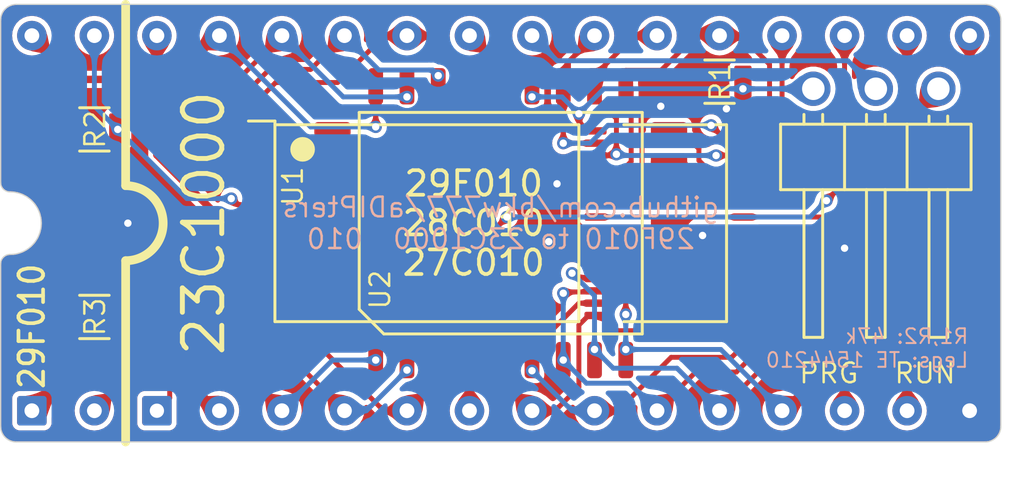
<source format=kicad_pcb>
(kicad_pcb (version 20221018) (generator pcbnew)
  (title_block (title "29F010 to 23C1000") (date "2023-07-04") (rev "010") (company "Brian K. White - b.kenyon.w@gmail.com") (comment 1 "github.com/bkw777/aDIPters"))
  (layers (0 "F.Cu" signal) (31 "B.Cu" signal) (34 "B.Paste" user) (35 "F.Paste" user) (36 "B.SilkS" user "B.Silkscreen") (37 "F.SilkS" user "F.Silkscreen") (38 "B.Mask" user) (39 "F.Mask" user) (44 "Edge.Cuts" user))
  (net 0 "")
  (net 1 "/A14")
  (net 2 "/D2")
  (net 3 "/A13")
  (net 4 "/D1")
  (net 5 "/A8")
  (net 6 "/D0")
  (net 7 "/A9")
  (net 8 "/A0")
  (net 9 "/A11")
  (net 10 "/A1")
  (net 11 "/~{OE}")
  (net 12 "/A2")
  (net 13 "/A10")
  (net 14 "/A3")
  (net 15 "/~{CE}")
  (net 16 "/A4")
  (net 17 "/D7")
  (net 18 "/A5")
  (net 19 "/D6")
  (net 20 "/A6")
  (net 21 "/D5")
  (net 22 "/A7")
  (net 23 "/D4")
  (net 24 "/A12")
  (net 25 "/D3")
  (net 26 "/~{WE}")
  (net 27 "/A16")
  (net 28 "/A15")
  (net 29 "/A16_~{OE}")
  (net 30 "/VPP")
  (net 31 "GND")
  (net 32 "VCC")
  (footprint "000_LOCAL:TSOP32-dual" (layer "F.Cu") (at 137.3 110.16)
    (fp_text reference "U1" (at -8.45 -1.5 90 unlocked) (layer "F.SilkS") (effects (font (size 0.8 0.8) (thickness 0.1))))
    (fp_text value "29F010 TSOP-32" hide)
    (fp_line (start -10.25 -4.15) (end -9.175 -4.15) (stroke (width 0.12)) (layer "F.SilkS"))
    (fp_line (start -9.175 -4.15) (end -9.175 4) (stroke (width 0.12)) (layer "F.SilkS"))
    (fp_line (start 3.175 -4) (end -9.175 -4) (stroke (width 0.12)) (layer "F.SilkS"))
    (fp_line (start 3.175 4) (end -9.175 4) (stroke (width 0.12)) (layer "F.SilkS"))
    (fp_line (start 3.175 4) (end 3.175 -4) (stroke (width 0.12)) (layer "F.SilkS"))
    (fp_line (start 9.175 -4) (end 5 -4) (stroke (width 0.12)) (layer "F.SilkS"))
    (fp_line (start 9.175 4) (end 5 4) (stroke (width 0.12)) (layer "F.SilkS"))
    (fp_line (start 9.175 4) (end 9.175 -4) (stroke (width 0.12)) (layer "F.SilkS"))
    (fp_circle (center -8.05 -3) (end -8.05 -2.75) (stroke (width 0.5)) (fill none) (layer "F.SilkS"))
    (pad "1" smd roundrect (at -9.85 -3.75 270) (size 0.3 0.9) (layers "F.Cu" "F.Paste" "F.Mask") (net 9 "/A11"))
    (pad "2" smd roundrect (at -9.85 -3.25 270) (size 0.3 0.9) (layers "F.Cu" "F.Paste" "F.Mask") (net 7 "/A9"))
    (pad "3" smd roundrect (at -9.85 -2.75 270) (size 0.3 0.9) (layers "F.Cu" "F.Paste" "F.Mask") (net 5 "/A8"))
    (pad "4" smd roundrect (at -9.85 -2.25 270) (size 0.3 0.9) (layers "F.Cu" "F.Paste" "F.Mask") (net 3 "/A13"))
    (pad "5" smd roundrect (at -9.85 -1.75 270) (size 0.3 0.9) (layers "F.Cu" "F.Paste" "F.Mask") (net 1 "/A14"))
    (pad "6" smd roundrect (at -9.85 -1.25 270) (size 0.3 0.9) (layers "F.Cu" "F.Paste" "F.Mask"))
    (pad "7" smd roundrect (at -9.85 -0.75 270) (size 0.3 0.9) (layers "F.Cu" "F.Paste" "F.Mask") (net 26 "/~{WE}"))
    (pad "8" smd roundrect (at -9.85 -0.25 270) (size 0.3 0.9) (layers "F.Cu" "F.Paste" "F.Mask") (net 32 "VCC"))
    (pad "9" smd roundrect (at -9.85 0.25 270) (size 0.3 0.9) (layers "F.Cu" "F.Paste" "F.Mask") (net 30 "/VPP"))
    (pad "10" smd roundrect (at -9.85 0.75 270) (size 0.3 0.9) (layers "F.Cu" "F.Paste" "F.Mask") (net 27 "/A16"))
    (pad "11" smd roundrect (at -9.85 1.25 270) (size 0.3 0.9) (layers "F.Cu" "F.Paste" "F.Mask") (net 28 "/A15"))
    (pad "12" smd roundrect (at -9.85 1.75 270) (size 0.3 0.9) (layers "F.Cu" "F.Paste" "F.Mask") (net 24 "/A12"))
    (pad "13" smd roundrect (at -9.85 2.25 270) (size 0.3 0.9) (layers "F.Cu" "F.Paste" "F.Mask") (net 22 "/A7"))
    (pad "14" smd roundrect (at -9.85 2.75 270) (size 0.3 0.9) (layers "F.Cu" "F.Paste" "F.Mask") (net 20 "/A6"))
    (pad "15" smd roundrect (at -9.85 3.25 270) (size 0.3 0.9) (layers "F.Cu" "F.Paste" "F.Mask") (net 18 "/A5"))
    (pad "16" smd roundrect (at -9.85 3.75 270) (size 0.3 0.9) (layers "F.Cu" "F.Paste" "F.Mask") (net 16 "/A4"))
    (pad "17" smd roundrect (at 3.85 3.75 270) (size 0.3 0.9) (layers "F.Cu" "F.Paste" "F.Mask") (net 14 "/A3"))
    (pad "17" smd roundrect (at 9.85 3.75 270) (size 0.3 0.9) (layers "F.Cu" "F.Paste" "F.Mask") (net 14 "/A3"))
    (pad "18" smd roundrect (at 3.85 3.25 270) (size 0.3 0.9) (layers "F.Cu" "F.Paste" "F.Mask") (net 12 "/A2"))
    (pad "18" smd roundrect (at 9.85 3.25 270) (size 0.3 0.9) (layers "F.Cu" "F.Paste" "F.Mask") (net 12 "/A2"))
    (pad "19" smd roundrect (at 3.85 2.75 270) (size 0.3 0.9) (layers "F.Cu" "F.Paste" "F.Mask") (net 10 "/A1"))
    (pad "19" smd roundrect (at 9.85 2.75 270) (size 0.3 0.9) (layers "F.Cu" "F.Paste" "F.Mask") (net 10 "/A1"))
    (pad "20" smd roundrect (at 3.85 2.25 270) (size 0.3 0.9) (layers "F.Cu" "F.Paste" "F.Mask") (net 8 "/A0"))
    (pad "20" smd roundrect (at 9.85 2.25 270) (size 0.3 0.9) (layers "F.Cu" "F.Paste" "F.Mask") (net 8 "/A0"))
    (pad "21" smd roundrect (at 3.85 1.75 270) (size 0.3 0.9) (layers "F.Cu" "F.Paste" "F.Mask") (net 6 "/D0"))
    (pad "21" smd roundrect (at 9.85 1.75 270) (size 0.3 0.9) (layers "F.Cu" "F.Paste" "F.Mask") (net 6 "/D0"))
    (pad "22" smd roundrect (at 3.85 1.25 270) (size 0.3 0.9) (layers "F.Cu" "F.Paste" "F.Mask") (net 4 "/D1"))
    (pad "22" smd roundrect (at 9.85 1.25 270) (size 0.3 0.9) (layers "F.Cu" "F.Paste" "F.Mask") (net 4 "/D1"))
    (pad "23" smd roundrect (at 3.85 0.75 270) (size 0.3 0.9) (layers "F.Cu" "F.Paste" "F.Mask") (net 2 "/D2"))
    (pad "23" smd roundrect (at 9.85 0.75 270) (size 0.3 0.9) (layers "F.Cu" "F.Paste" "F.Mask") (net 2 "/D2"))
    (pad "24" smd roundrect (at 3.85 0.25 270) (size 0.3 0.9) (layers "F.Cu" "F.Paste" "F.Mask") (net 31 "GND"))
    (pad "24" smd roundrect (at 9.85 0.25 270) (size 0.3 0.9) (layers "F.Cu" "F.Paste" "F.Mask") (net 31 "GND"))
    (pad "25" smd roundrect (at 3.85 -0.25 270) (size 0.3 0.9) (layers "F.Cu" "F.Paste" "F.Mask") (net 25 "/D3"))
    (pad "25" smd roundrect (at 9.85 -0.25 270) (size 0.3 0.9) (layers "F.Cu" "F.Paste" "F.Mask") (net 25 "/D3"))
    (pad "26" smd roundrect (at 3.85 -0.75 270) (size 0.3 0.9) (layers "F.Cu" "F.Paste" "F.Mask") (net 23 "/D4"))
    (pad "26" smd roundrect (at 9.85 -0.75 270) (size 0.3 0.9) (layers "F.Cu" "F.Paste" "F.Mask") (net 23 "/D4"))
    (pad "27" smd roundrect (at 3.85 -1.25 270) (size 0.3 0.9) (layers "F.Cu" "F.Paste" "F.Mask") (net 21 "/D5"))
    (pad "27" smd roundrect (at 9.85 -1.25 270) (size 0.3 0.9) (layers "F.Cu" "F.Paste" "F.Mask") (net 21 "/D5"))
    (pad "28" smd roundrect (at 3.85 -1.75 270) (size 0.3 0.9) (layers "F.Cu" "F.Paste" "F.Mask") (net 19 "/D6"))
    (pad "28" smd roundrect (at 9.85 -1.75 270) (size 0.3 0.9) (layers "F.Cu" "F.Paste" "F.Mask") (net 19 "/D6"))
    (pad "29" smd roundrect (at 3.85 -2.25 270) (size 0.3 0.9) (layers "F.Cu" "F.Paste" "F.Mask") (net 17 "/D7"))
    (pad "29" smd roundrect (at 9.85 -2.25 270) (size 0.3 0.9) (layers "F.Cu" "F.Paste" "F.Mask") (net 17 "/D7"))
    (pad "30" smd roundrect (at 3.85 -2.75 270) (size 0.3 0.9) (layers "F.Cu" "F.Paste" "F.Mask") (net 15 "/~{CE}"))
    (pad "30" smd roundrect (at 9.85 -2.75 270) (size 0.3 0.9) (layers "F.Cu" "F.Paste" "F.Mask") (net 15 "/~{CE}"))
    (pad "31" smd roundrect (at 3.85 -3.25 270) (size 0.3 0.9) (layers "F.Cu" "F.Paste" "F.Mask") (net 13 "/A10"))
    (pad "31" smd roundrect (at 9.85 -3.25 270) (size 0.3 0.9) (layers "F.Cu" "F.Paste" "F.Mask") (net 13 "/A10"))
    (pad "32" smd roundrect (at 3.85 -3.75 270) (size 0.3 0.9) (layers "F.Cu" "F.Paste" "F.Mask") (net 11 "/~{OE}"))
    (pad "32" smd roundrect (at 9.85 -3.75 270) (size 0.3 0.9) (layers "F.Cu" "F.Paste" "F.Mask") (net 11 "/~{OE}"))
  )
  (footprint "000_LOCAL:DIP32_DIP28_0.6_pcb_sil_pins" (layer "F.Cu") (at 137.3 110.16 90)
    (fp_text reference "J1" hide)
    (fp_text value "23C1000 / 29F010 switchable pinout")
    (pad "1" thru_hole roundrect (at -7.62 -19.05 90) (size 1.2 1.2) (drill 0.6) (layers "*.Cu" "*.Mask") (roundrect_rratio 0.1) (net 30 "/VPP"))
    (pad "2" thru_hole circle (at -7.62 -16.51 90) (size 1.2 1.2) (drill 0.6) (layers "*.Cu" "*.Mask") (net 27 "/A16"))
    (pad "3" thru_hole roundrect (at -7.62 -13.97 90) (size 1.2 1.2) (drill 0.58) (layers "*.Cu" "*.Mask") (roundrect_rratio 0.1) (net 28 "/A15"))
    (pad "4" thru_hole circle (at -7.62 -11.43 90) (size 1.2 1.2) (drill 0.6) (layers "*.Cu" "*.Mask") (net 24 "/A12"))
    (pad "5" thru_hole circle (at -7.62 -8.89 90) (size 1.2 1.2) (drill 0.6) (layers "*.Cu" "*.Mask") (net 22 "/A7"))
    (pad "6" thru_hole circle (at -7.62 -6.35 90) (size 1.2 1.2) (drill 0.6) (layers "*.Cu" "*.Mask") (net 20 "/A6"))
    (pad "7" thru_hole circle (at -7.62 -3.81 90) (size 1.2 1.2) (drill 0.6) (layers "*.Cu" "*.Mask") (net 18 "/A5"))
    (pad "8" thru_hole circle (at -7.62 -1.27 90) (size 1.2 1.2) (drill 0.6) (layers "*.Cu" "*.Mask") (net 16 "/A4"))
    (pad "9" thru_hole circle (at -7.62 1.27 90) (size 1.2 1.2) (drill 0.6) (layers "*.Cu" "*.Mask") (net 14 "/A3"))
    (pad "10" thru_hole circle (at -7.62 3.81 90) (size 1.2 1.2) (drill 0.6) (layers "*.Cu" "*.Mask") (net 12 "/A2"))
    (pad "11" thru_hole circle (at -7.62 6.35 90) (size 1.2 1.2) (drill 0.6) (layers "*.Cu" "*.Mask") (net 10 "/A1"))
    (pad "12" thru_hole circle (at -7.62 8.89 90) (size 1.2 1.2) (drill 0.6) (layers "*.Cu" "*.Mask") (net 8 "/A0"))
    (pad "13" thru_hole circle (at -7.62 11.43 90) (size 1.2 1.2) (drill 0.6) (layers "*.Cu" "*.Mask") (net 6 "/D0"))
    (pad "14" thru_hole circle (at -7.62 13.97 90) (size 1.2 1.2) (drill 0.6) (layers "*.Cu" "*.Mask") (net 4 "/D1"))
    (pad "15" thru_hole circle (at -7.62 16.51 90) (size 1.2 1.2) (drill 0.6) (layers "*.Cu" "*.Mask") (net 2 "/D2"))
    (pad "16" thru_hole circle (at -7.62 19.05 90) (size 1.2 1.2) (drill 0.6) (layers "*.Cu" "*.Mask") (net 31 "GND"))
    (pad "17" thru_hole circle (at 7.62 19.05 90) (size 1.2 1.2) (drill 0.6) (layers "*.Cu" "*.Mask") (net 25 "/D3"))
    (pad "18" thru_hole circle (at 7.62 16.51 90) (size 1.2 1.2) (drill 0.6) (layers "*.Cu" "*.Mask") (net 23 "/D4"))
    (pad "19" thru_hole circle (at 7.62 13.97 90) (size 1.2 1.2) (drill 0.6) (layers "*.Cu" "*.Mask") (net 21 "/D5"))
    (pad "20" thru_hole circle (at 7.62 11.43 90) (size 1.2 1.2) (drill 0.6) (layers "*.Cu" "*.Mask") (net 19 "/D6"))
    (pad "21" thru_hole circle (at 7.62 8.89 90) (size 1.2 1.2) (drill 0.6) (layers "*.Cu" "*.Mask") (net 17 "/D7"))
    (pad "22" thru_hole circle (at 7.62 6.35 90) (size 1.2 1.2) (drill 0.6) (layers "*.Cu" "*.Mask") (net 15 "/~{CE}"))
    (pad "23" thru_hole circle (at 7.62 3.81 90) (size 1.2 1.2) (drill 0.6) (layers "*.Cu" "*.Mask") (net 13 "/A10"))
    (pad "24" thru_hole circle (at 7.62 1.27 90) (size 1.2 1.2) (drill 0.6) (layers "*.Cu" "*.Mask") (net 29 "/A16_~{OE}"))
    (pad "25" thru_hole circle (at 7.62 -1.27 90) (size 1.2 1.2) (drill 0.6) (layers "*.Cu" "*.Mask") (net 9 "/A11"))
    (pad "26" thru_hole circle (at 7.62 -3.81 90) (size 1.2 1.2) (drill 0.6) (layers "*.Cu" "*.Mask") (net 7 "/A9"))
    (pad "27" thru_hole circle (at 7.62 -6.35 90) (size 1.2 1.2) (drill 0.6) (layers "*.Cu" "*.Mask") (net 5 "/A8"))
    (pad "28" thru_hole circle (at 7.62 -8.89 90) (size 1.2 1.2) (drill 0.6) (layers "*.Cu" "*.Mask") (net 3 "/A13"))
    (pad "29" thru_hole circle (at 7.62 -11.43 90) (size 1.2 1.2) (drill 0.6) (layers "*.Cu" "*.Mask") (net 1 "/A14"))
    (pad "30" thru_hole circle (at 7.62 -13.97 90) (size 1.2 1.2) (drill 0.6) (layers "*.Cu" "*.Mask") (net 32 "VCC"))
    (pad "31" thru_hole circle (at 7.62 -16.51 90) (size 1.2 1.2) (drill 0.6) (layers "*.Cu" "*.Mask") (net 26 "/~{WE}"))
    (pad "32" thru_hole circle (at 7.62 -19.05 90) (size 1.2 1.2) (drill 0.6) (layers "*.Cu" "*.Mask") (net 32 "VCC"))
  )
  (footprint "000_LOCAL:R_0805" (layer "F.Cu") (at 146.19 104.41 180)
    (fp_text reference "R1" (at -0.0254 -0.0254 90) (layer "F.SilkS") (effects (font (size 0.8 0.8) (thickness 0.1))))
    (fp_text value "47k")
    (fp_line (start -0.6 -0.88) (end 0.6 -0.88) (stroke (width 0.12)) (layer "F.SilkS"))
    (fp_line (start 0.6 0.88) (end -0.6 0.88) (stroke (width 0.12)) (layer "F.SilkS"))
    (pad "1" smd roundrect (at -0.95 0 180) (size 0.7 1.3) (layers "F.Cu" "F.Paste" "F.Mask") (roundrect_rratio 0.1) (net 11 "/~{OE}"))
    (pad "2" smd roundrect (at 0.95 0 180) (size 0.7 1.3) (layers "F.Cu" "F.Paste" "F.Mask") (roundrect_rratio 0.1) (net 31 "GND"))
  )
  (footprint "000_LOCAL:PLCC32_7x9" (layer "F.Cu") (at 137.3 110.16 90)
    (fp_text reference "U2" (at -2.7 -4.9 90) (layer "F.SilkS") (effects (font (size 0.8 0.8) (thickness 0.1))))
    (fp_text value "29F010 PLCC 7x9")
    (fp_line (start -4.5 -4.75) (end -3.5 -5.75) (stroke (width 0.12)) (layer "F.SilkS"))
    (fp_line (start -4.5 5.75) (end -4.5 -4.75) (stroke (width 0.12)) (layer "F.SilkS"))
    (fp_line (start -3.5 -5.75) (end 4.5 -5.75) (stroke (width 0.12)) (layer "F.SilkS"))
    (fp_line (start 4.5 -5.75) (end 4.5 5.75) (stroke (width 0.12)) (layer "F.SilkS"))
    (fp_line (start 4.5 5.75) (end -4.5 5.75) (stroke (width 0.12)) (layer "F.SilkS"))
    (pad "1" smd roundrect (at 0 -6.8375 90) (size 0.6 1.475) (layers "F.Cu" "F.Paste" "F.Mask") (net 30 "/VPP"))
    (pad "2" smd roundrect (at -1.27 -6.8375 90) (size 0.6 1.475) (layers "F.Cu" "F.Paste" "F.Mask") (net 27 "/A16"))
    (pad "3" smd roundrect (at -2.54 -6.8375 90) (size 0.6 1.475) (layers "F.Cu" "F.Paste" "F.Mask") (net 28 "/A15"))
    (pad "4" smd roundrect (at -3.81 -6.8375 90) (size 0.6 1.475) (layers "F.Cu" "F.Paste" "F.Mask") (net 24 "/A12"))
    (pad "5" smd roundrect (at -5.5625 -5.08 90) (size 1.475 0.6) (layers "F.Cu" "F.Paste" "F.Mask") (net 22 "/A7"))
    (pad "6" smd roundrect (at -5.5625 -3.81 90) (size 1.475 0.6) (layers "F.Cu" "F.Paste" "F.Mask") (net 20 "/A6"))
    (pad "7" smd roundrect (at -5.5625 -2.54 90) (size 1.475 0.6) (layers "F.Cu" "F.Paste" "F.Mask") (net 18 "/A5"))
    (pad "8" smd roundrect (at -5.5625 -1.27 90) (size 1.475 0.6) (layers "F.Cu" "F.Paste" "F.Mask") (net 16 "/A4"))
    (pad "9" smd roundrect (at -5.5625 0 90) (size 1.475 0.6) (layers "F.Cu" "F.Paste" "F.Mask") (net 14 "/A3"))
    (pad "10" smd roundrect (at -5.5625 1.27 90) (size 1.475 0.6) (layers "F.Cu" "F.Paste" "F.Mask") (net 12 "/A2"))
    (pad "11" smd roundrect (at -5.5625 2.54 90) (size 1.475 0.6) (layers "F.Cu" "F.Paste" "F.Mask") (net 10 "/A1"))
    (pad "12" smd roundrect (at -5.5625 3.81 90) (size 1.475 0.6) (layers "F.Cu" "F.Paste" "F.Mask") (net 8 "/A0"))
    (pad "13" smd roundrect (at -5.5625 5.08 90) (size 1.475 0.6) (layers "F.Cu" "F.Paste" "F.Mask") (net 6 "/D0"))
    (pad "14" smd roundrect (at -3.81 6.8375 90) (size 0.6 1.475) (layers "F.Cu" "F.Paste" "F.Mask") (net 4 "/D1"))
    (pad "15" smd roundrect (at -2.54 6.8375 90) (size 0.6 1.475) (layers "F.Cu" "F.Paste" "F.Mask") (net 2 "/D2"))
    (pad "16" smd roundrect (at -1.27 6.8375 90) (size 0.6 1.475) (layers "F.Cu" "F.Paste" "F.Mask") (net 31 "GND"))
    (pad "17" smd roundrect (at 0 6.8375 90) (size 0.6 1.475) (layers "F.Cu" "F.Paste" "F.Mask") (net 25 "/D3"))
    (pad "18" smd roundrect (at 1.27 6.8375 90) (size 0.6 1.475) (layers "F.Cu" "F.Paste" "F.Mask") (net 23 "/D4"))
    (pad "19" smd roundrect (at 2.54 6.8375 90) (size 0.6 1.475) (layers "F.Cu" "F.Paste" "F.Mask") (net 21 "/D5"))
    (pad "20" smd roundrect (at 3.81 6.8375 90) (size 0.6 1.475) (layers "F.Cu" "F.Paste" "F.Mask") (net 19 "/D6"))
    (pad "21" smd roundrect (at 5.5625 5.08 90) (size 1.475 0.6) (layers "F.Cu" "F.Paste" "F.Mask") (net 17 "/D7"))
    (pad "22" smd roundrect (at 5.5625 3.81 90) (size 1.475 0.6) (layers "F.Cu" "F.Paste" "F.Mask") (net 15 "/~{CE}"))
    (pad "23" smd roundrect (at 5.5625 2.54 90) (size 1.475 0.6) (layers "F.Cu" "F.Paste" "F.Mask") (net 13 "/A10"))
    (pad "24" smd roundrect (at 5.5625 1.27 90) (size 1.475 0.6) (layers "F.Cu" "F.Paste" "F.Mask") (net 11 "/~{OE}"))
    (pad "25" smd roundrect (at 5.5625 0 90) (size 1.475 0.6) (layers "F.Cu" "F.Paste" "F.Mask") (net 9 "/A11"))
    (pad "26" smd roundrect (at 5.5625 -1.27 90) (size 1.475 0.6) (layers "F.Cu" "F.Paste" "F.Mask") (net 7 "/A9"))
    (pad "27" smd roundrect (at 5.5625 -2.54 90) (size 1.475 0.6) (layers "F.Cu" "F.Paste" "F.Mask") (net 5 "/A8"))
    (pad "28" smd roundrect (at 5.5625 -3.81 90) (size 1.475 0.6) (layers "F.Cu" "F.Paste" "F.Mask") (net 3 "/A13"))
    (pad "29" smd roundrect (at 5.5625 -5.08 90) (size 1.475 0.6) (layers "F.Cu" "F.Paste" "F.Mask") (net 1 "/A14"))
    (pad "30" smd roundrect (at 3.81 -6.8375 90) (size 0.6 1.475) (layers "F.Cu" "F.Paste" "F.Mask"))
    (pad "31" smd roundrect (at 2.54 -6.8375 90) (size 0.6 1.475) (layers "F.Cu" "F.Paste" "F.Mask") (net 26 "/~{WE}"))
    (pad "32" smd roundrect (at 1.27 -6.8375 90) (size 0.6 1.475) (layers "F.Cu" "F.Paste" "F.Mask") (net 32 "VCC"))
  )
  (footprint "000_LOCAL:R_0805" (layer "F.Cu") (at 120.79 106.35 180)
    (fp_text reference "R2" (at -0.0254 0 90) (layer "F.SilkS") (effects (font (size 0.8 0.8) (thickness 0.1))))
    (fp_text value "47K")
    (fp_line (start -0.6 -0.88) (end 0.6 -0.88) (stroke (width 0.12)) (layer "F.SilkS"))
    (fp_line (start 0.6 0.88) (end -0.6 0.88) (stroke (width 0.12)) (layer "F.SilkS"))
    (pad "1" smd roundrect (at -0.95 0 180) (size 0.7 1.3) (layers "F.Cu" "F.Paste" "F.Mask") (roundrect_rratio 0.1) (net 26 "/~{WE}"))
    (pad "2" smd roundrect (at 0.95 0 180) (size 0.7 1.3) (layers "F.Cu" "F.Paste" "F.Mask") (roundrect_rratio 0.1) (net 32 "VCC"))
  )
  (footprint "000_LOCAL:R_0805" (layer "F.Cu") (at 120.79 113.97 180)
    (fp_text reference "R3" (at -0.0254 0 90) (layer "F.SilkS") (effects (font (size 0.8 0.8) (thickness 0.1))))
    (fp_text value "47K")
    (fp_line (start -0.6 -0.88) (end 0.6 -0.88) (stroke (width 0.12)) (layer "F.SilkS"))
    (fp_line (start 0.6 0.88) (end -0.6 0.88) (stroke (width 0.12)) (layer "F.SilkS"))
    (pad "1" smd roundrect (at -0.95 0 180) (size 0.7 1.3) (layers "F.Cu" "F.Paste" "F.Mask") (roundrect_rratio 0.1) (net 30 "/VPP"))
    (pad "2" smd roundrect (at 0.95 0 180) (size 0.7 1.3) (layers "F.Cu" "F.Paste" "F.Mask") (roundrect_rratio 0.1) (net 32 "VCC"))
  )
  (footprint "000_LOCAL:Pin_Header_Angled_1x03_Pitch2.54mm_12shorted" (layer "F.Cu") (at 155.08 104.699 -90)
    (fp_text reference "JP1" hide)
    (fp_text value "RUN/PROGRAM")
    (fp_line (start 1.042929 2.16) (end 1.44 2.16) (stroke (width 0.12)) (layer "F.SilkS"))
    (fp_line (start 1.042929 2.92) (end 1.44 2.92) (stroke (width 0.12)) (layer "F.SilkS"))
    (fp_line (start 1.042929 4.7) (end 1.44 4.7) (stroke (width 0.12)) (layer "F.SilkS"))
    (fp_line (start 1.042929 5.46) (end 1.44 5.46) (stroke (width 0.12)) (layer "F.SilkS"))
    (fp_line (start 1.11 -0.38) (end 1.44 -0.38) (stroke (width 0.12)) (layer "F.SilkS"))
    (fp_line (start 1.11 0.38) (end 1.44 0.38) (stroke (width 0.12)) (layer "F.SilkS"))
    (fp_line (start 1.44 -1.33) (end 1.44 6.41) (stroke (width 0.12)) (layer "F.SilkS"))
    (fp_line (start 1.44 1.27) (end 4.1 1.27) (stroke (width 0.12)) (layer "F.SilkS"))
    (fp_line (start 1.44 3.81) (end 4.1 3.81) (stroke (width 0.12)) (layer "F.SilkS"))
    (fp_line (start 1.44 6.41) (end 4.1 6.41) (stroke (width 0.12)) (layer "F.SilkS"))
    (fp_line (start 4.1 -1.33) (end 1.44 -1.33) (stroke (width 0.12)) (layer "F.SilkS"))
    (fp_line (start 4.1 -0.38) (end 10.1 -0.38) (stroke (width 0.12)) (layer "F.SilkS"))
    (fp_line (start 4.1 2.16) (end 10.1 2.16) (stroke (width 0.12)) (layer "F.SilkS"))
    (fp_line (start 4.1 4.7) (end 10.1 4.7) (stroke (width 0.12)) (layer "F.SilkS"))
    (fp_line (start 4.1 6.41) (end 4.1 -1.33) (stroke (width 0.12)) (layer "F.SilkS"))
    (fp_line (start 10.1 -0.38) (end 10.1 0.38) (stroke (width 0.12)) (layer "F.SilkS"))
    (fp_line (start 10.1 0.38) (end 4.1 0.38) (stroke (width 0.12)) (layer "F.SilkS"))
    (fp_line (start 10.1 2.16) (end 10.1 2.92) (stroke (width 0.12)) (layer "F.SilkS"))
    (fp_line (start 10.1 2.92) (end 4.1 2.92) (stroke (width 0.12)) (layer "F.SilkS"))
    (fp_line (start 10.1 4.7) (end 10.1 5.46) (stroke (width 0.12)) (layer "F.SilkS"))
    (fp_line (start 10.1 5.46) (end 4.1 5.46) (stroke (width 0.12)) (layer "F.SilkS"))
    (pad "1" thru_hole circle (at 0 0 270) (size 1.397 1.397) (drill 0.9144) (layers "*.Cu" "*.Mask") (net 27 "/A16"))
    (pad "2" thru_hole circle (at 0 2.54 270) (size 1.397 1.397) (drill 0.9144) (layers "*.Cu" "*.Mask") (net 29 "/A16_~{OE}"))
    (pad "3" thru_hole circle (at 0 5.08 270) (size 1.397 1.397) (drill 0.9144) (layers "*.Cu" "*.Mask") (net 11 "/~{OE}"))
  )
  (gr_arc (start 122.06 108.636) (mid 123.584 110.16) (end 122.06 111.684) (stroke (width 0.3556)) (layer "F.SilkS"))
  (gr_line (start 122.06 108.636) (end 122.06 101.27) (stroke (width 0.3556)) (layer "F.SilkS"))
  (gr_line (start 122.06 111.684) (end 122.06 119.05) (stroke (width 0.3556)) (layer "F.SilkS"))
  (gr_arc (start 117.615 119.05) (mid 117.165987 118.864013) (end 116.98 118.415) (stroke (width 0.05)) (layer "Edge.Cuts"))
  (gr_line (start 116.98 118.415) (end 116.98 111.811) (stroke (width 0.05)) (layer "Edge.Cuts"))
  (gr_line (start 156.985 119.05) (end 117.615 119.05) (stroke (width 0.05)) (layer "Edge.Cuts"))
  (gr_arc (start 117.361 108.89) (mid 117.091592 108.778408) (end 116.98 108.509) (stroke (width 0.05)) (layer "Edge.Cuts"))
  (gr_arc (start 116.98 111.811) (mid 117.091592 111.541592) (end 117.361 111.43) (stroke (width 0.05)) (layer "Edge.Cuts"))
  (gr_arc (start 117.361 108.89) (mid 118.631 110.16) (end 117.361 111.43) (stroke (width 0.05)) (layer "Edge.Cuts"))
  (gr_arc (start 157.62 118.415) (mid 157.434013 118.864013) (end 156.985 119.05) (stroke (width 0.05)) (layer "Edge.Cuts"))
  (gr_line (start 156.985 101.27) (end 117.615 101.27) (stroke (width 0.05)) (layer "Edge.Cuts"))
  (gr_arc (start 116.98 101.905) (mid 117.165987 101.455987) (end 117.615 101.27) (stroke (width 0.05)) (layer "Edge.Cuts"))
  (gr_arc (start 156.985 101.27) (mid 157.434013 101.455987) (end 157.62 101.905) (stroke (width 0.05)) (layer "Edge.Cuts"))
  (gr_line (start 157.62 101.905) (end 157.62 118.415) (stroke (width 0.05)) (layer "Edge.Cuts"))
  (gr_line (start 116.98 108.509) (end 116.98 101.905) (stroke (width 0.05)) (layer "Edge.Cuts"))
  (gr_text "R1,R2: ${00000000-0000-0000-0000-00005e638d11:VALUE}\nLegs: TE 1544210" (at 156.35 115.24) (layer "B.SilkS") (effects (font (size 0.6 0.6) (thickness 0.08)) (justify left mirror)))
  (gr_text "${COMMENT1}\n${TITLE}  ${REVISION}" (at 137.3 110.16) (layer "B.SilkS") (effects (font (size 0.8 0.8) (thickness 0.1)) (justify mirror)))
  (gr_text "RUN" (at 155.842 116.256) (layer "F.SilkS") (effects (font (size 0.8 0.8) (thickness 0.1)) (justify right)))
  (gr_text "PRG" (at 149.365 116.256) (layer "F.SilkS") (effects (font (size 0.8 0.8) (thickness 0.1)) (justify left)))
  (gr_text "23C1000" (at 125.235 110.16 90) (layer "F.SilkS") (effects (font (size 1.6 1.6) (thickness 0.2))))
  (gr_text "29F010" (at 118.25 114.351 90) (layer "F.SilkS") (effects (font (size 1 0.9))))
  (gr_text "29F010\n28C010\n27C010" (at 136.2 110.16) (layer "F.SilkS") (effects (font (size 1 1))))
  (segment (start 126.05 108.41) (end 127.45 108.41) (width 0.2) (layer "F.Cu") (net 1))
  (segment (start 132.22 106.2484) (end 132.22 104.5975) (width 0.2) (layer "F.Cu") (net 1))
  (segment (start 125.05 107.41) (end 126.05 108.41) (width 0.2) (layer "F.Cu") (net 1))
  (segment (start 125.87 102.54) (end 125.05 103.36) (width 0.2) (layer "F.Cu") (net 1))
  (segment (start 125.05 103.36) (end 125.05 107.41) (width 0.2) (layer "F.Cu") (net 1))
  (via (at 132.22 106.2484) (size 0.5) (drill 0.3) (layers "F.Cu" "B.Cu") (net 1))
  (segment (start 132.22 106.2484) (end 129.5784 106.2484) (width 0.2) (layer "B.Cu") (net 1))
  (segment (start 129.5784 106.2484) (end 125.87 102.54) (width 0.2) (layer "B.Cu") (net 1))
  (segment (start 144.1375 112.7) (end 144.585 112.7) (width 0.2) (layer "F.Cu") (net 2))
  (segment (start 149.05 110.91) (end 153.81 115.67) (width 0.2) (layer "F.Cu") (net 2))
  (segment (start 144.585 112.7) (end 146.375 110.91) (width 0.2) (layer "F.Cu") (net 2))
  (segment (start 141.15 110.91) (end 141.9108 110.91) (width 0.2) (layer "F.Cu") (net 2))
  (segment (start 147.15 110.91) (end 149.05 110.91) (width 0.2) (layer "F.Cu") (net 2))
  (segment (start 143.7008 112.7) (end 144.1375 112.7) (width 0.2) (layer "F.Cu") (net 2))
  (segment (start 146.375 110.91) (end 147.15 110.91) (width 0.2) (layer "F.Cu") (net 2))
  (segment (start 153.81 115.67) (end 153.81 117.78) (width 0.2) (layer "F.Cu") (net 2))
  (segment (start 141.9108 110.91) (end 143.7008 112.7) (width 0.2) (layer "F.Cu") (net 2))
  (segment (start 128.41 102.54) (end 125.55 105.4) (width 0.2) (layer "F.Cu") (net 3))
  (segment (start 125.55 105.4) (end 125.55 107.16) (width 0.2) (layer "F.Cu") (net 3))
  (segment (start 125.55 107.16) (end 126.3 107.91) (width 0.2) (layer "F.Cu") (net 3))
  (segment (start 126.3 107.91) (end 127.45 107.91) (width 0.2) (layer "F.Cu") (net 3))
  (via (at 133.49 105.0292) (size 0.5) (drill 0.3) (layers "F.Cu" "B.Cu") (net 3))
  (segment (start 130.8992 105.0292) (end 128.41 102.54) (width 0.2) (layer "B.Cu") (net 3))
  (segment (start 133.49 105.0292) (end 130.8992 105.0292) (width 0.2) (layer "B.Cu") (net 3))
  (segment (start 146.0376 112.4968) (end 146.0376 111.8724) (width 0.2) (layer "F.Cu") (net 4))
  (segment (start 144.5644 113.97) (end 146.0376 112.4968) (width 0.2) (layer "F.Cu") (net 4))
  (segment (start 143.7008 113.97) (end 144.1375 113.97) (width 0.2) (layer "F.Cu") (net 4))
  (segment (start 141.8 111.41) (end 142.9134 112.5234) (width 0.2) (layer "F.Cu") (net 4))
  (segment (start 141.15 111.41) (end 141.8 111.41) (width 0.2) (layer "F.Cu") (net 4))
  (segment (start 151.27 117.78) (end 151.27 113.88) (width 0.2) (layer "F.Cu") (net 4))
  (segment (start 146.0376 111.8724) (end 146.5 111.41) (width 0.2) (layer "F.Cu") (net 4))
  (segment (start 144.1375 113.97) (end 144.5644 113.97) (width 0.2) (layer "F.Cu") (net 4))
  (segment (start 148.8 111.41) (end 147.15 111.41) (width 0.2) (layer "F.Cu") (net 4))
  (segment (start 142.9134 112.5234) (end 142.9134 113.1826) (width 0.2) (layer "F.Cu") (net 4))
  (segment (start 146.5 111.41) (end 147.15 111.41) (width 0.2) (layer "F.Cu") (net 4))
  (segment (start 151.27 113.88) (end 148.8 111.41) (width 0.2) (layer "F.Cu") (net 4))
  (segment (start 142.9134 113.1826) (end 143.7008 113.97) (width 0.2) (layer "F.Cu") (net 4))
  (segment (start 126.05 105.7636) (end 126.05 106.91) (width 0.2) (layer "F.Cu") (net 5))
  (segment (start 126.05 106.91) (end 126.55 107.41) (width 0.2) (layer "F.Cu") (net 5))
  (segment (start 134.76 104.1656) (end 134.76 104.5975) (width 0.2) (layer "F.Cu") (net 5))
  (segment (start 127.902 103.9116) (end 126.05 105.7636) (width 0.2) (layer "F.Cu") (net 5))
  (segment (start 126.55 107.41) (end 127.45 107.41) (width 0.2) (layer "F.Cu") (net 5))
  (segment (start 130.95 102.54) (end 129.5784 103.9116) (width 0.2) (layer "F.Cu") (net 5))
  (segment (start 129.5784 103.9116) (end 127.902 103.9116) (width 0.2) (layer "F.Cu") (net 5))
  (via (at 134.76 104.1656) (size 0.5) (drill 0.3) (layers "F.Cu" "B.Cu") (net 5))
  (segment (start 134.76 104.1656) (end 134.5314 103.937) (width 0.2) (layer "B.Cu") (net 5))
  (segment (start 132.347 103.937) (end 130.95 102.54) (width 0.2) (layer "B.Cu") (net 5))
  (segment (start 134.5314 103.937) (end 132.347 103.937) (width 0.2) (layer "B.Cu") (net 5))
  (segment (start 149.55 116.96) (end 148.73 117.78) (width 0.2) (layer "F.Cu") (net 6))
  (segment (start 142.38 113.8684) (end 142.38 112.5857) (width 0.2) (layer "F.Cu") (net 6))
  (segment (start 141.7043 111.91) (end 141.15 111.91) (width 0.2) (layer "F.Cu") (net 6))
  (segment (start 149.55 112.91) (end 149.55 116.96) (width 0.2) (layer "F.Cu") (net 6))
  (segment (start 147.15 111.91) (end 148.55 111.91) (width 0.2) (layer "F.Cu") (net 6))
  (segment (start 142.38 112.5857) (end 141.7043 111.91) (width 0.2) (layer "F.Cu") (net 6))
  (segment (start 148.55 111.91) (end 149.55 112.91) (width 0.2) (layer "F.Cu") (net 6))
  (via (at 142.38 113.8684) (size 0.5) (drill 0.3) (layers "F.Cu" "B.Cu") (net 6))
  (via (at 142.38 115.2908) (size 0.5) (drill 0.3) (layers "F.Cu" "B.Cu") (net 6))
  (segment (start 146.2408 115.2908) (end 148.73 117.78) (width 0.2) (layer "B.Cu") (net 6))
  (segment (start 142.38 113.8684) (end 142.38 115.2908) (width 0.2) (layer "B.Cu") (net 6))
  (segment (start 142.38 115.2908) (end 146.2408 115.2908) (width 0.2) (layer "B.Cu") (net 6))
  (segment (start 132.5756 102.54) (end 130.6706 104.445) (width 0.2) (layer "F.Cu") (net 7))
  (segment (start 128.156 104.445) (end 126.55 106.051) (width 0.2) (layer "F.Cu") (net 7))
  (segment (start 134.40875 102.54) (end 133.49 102.54) (width 0.2) (layer "F.Cu") (net 7))
  (segment (start 136.03 104.5975) (end 136.03 104.16125) (width 0.2) (layer "F.Cu") (net 7))
  (segment (start 133.49 102.54) (end 132.5756 102.54) (width 0.2) (layer "F.Cu") (net 7))
  (segment (start 126.55 106.66) (end 126.8 106.91) (width 0.2) (layer "F.Cu") (net 7))
  (segment (start 126.55 106.051) (end 126.55 106.66) (width 0.2) (layer "F.Cu") (net 7))
  (segment (start 126.8 106.91) (end 127.45 106.91) (width 0.2) (layer "F.Cu") (net 7))
  (segment (start 130.6706 104.445) (end 128.156 104.445) (width 0.2) (layer "F.Cu") (net 7))
  (segment (start 136.03 104.16125) (end 134.40875 102.54) (width 0.2) (layer "F.Cu") (net 7))
  (segment (start 148.3 112.41) (end 147.15 112.41) (width 0.2) (layer "F.Cu") (net 8))
  (segment (start 140.1956 112.192) (end 140.3636 112.36) (width 0.2) (layer "F.Cu") (net 8))
  (segment (start 140.3636 112.36) (end 141.1 112.36) (width 0.2) (layer "F.Cu") (net 8))
  (segment (start 149.05 114.92) (end 149.05 113.16) (width 0.2) (layer "F.Cu") (net 8))
  (segment (start 146.19 117.78) (end 149.05 114.92) (width 0.2) (layer "F.Cu") (net 8))
  (segment (start 149.05 113.16) (end 148.3 112.41) (width 0.2) (layer "F.Cu") (net 8))
  (segment (start 141.1 112.36) (end 141.15 112.41) (width 0.2) (layer "F.Cu") (net 8))
  (via (at 141.11 115.2908) (size 0.5) (drill 0.3) (layers "F.Cu" "B.Cu") (net 8))
  (via (at 140.1956 112.192) (size 0.5) (drill 0.3) (layers "F.Cu" "B.Cu") (net 8))
  (segment (start 140.1956 112.192) (end 141.11 113.1064) (width 0.2) (layer "B.Cu") (net 8))
  (segment (start 141.11 113.1064) (end 141.11 115.2908) (width 0.2) (layer "B.Cu") (net 8))
  (segment (start 141.872 116.0528) (end 144.4628 116.0528) (width 0.2) (layer "B.Cu") (net 8))
  (segment (start 141.11 115.2908) (end 141.872 116.0528) (width 0.2) (layer "B.Cu") (net 8))
  (segment (start 144.4628 116.0528) (end 146.19 117.78) (width 0.2) (layer "B.Cu") (net 8))
  (segment (start 135.3442 106.985) (end 137.3 105.0292) (width 0.2) (layer "F.Cu") (net 9))
  (segment (start 128.5208 106.41) (end 129.0958 106.985) (width 0.2) (layer "F.Cu") (net 9))
  (segment (start 137.3 104.5975) (end 137.0968 104.3943) (width 0.2) (layer "F.Cu") (net 9))
  (segment (start 129.0958 106.985) (end 135.3442 106.985) (width 0.2) (layer "F.Cu") (net 9))
  (segment (start 137.0968 104.3943) (end 137.0968 103.6068) (width 0.2) (layer "F.Cu") (net 9))
  (segment (start 137.0968 103.6068) (end 136.03 102.54) (width 0.2) (layer "F.Cu") (net 9))
  (segment (start 127.45 106.41) (end 128.5208 106.41) (width 0.2) (layer "F.Cu") (net 9))
  (segment (start 137.3 105.0292) (end 137.3 104.5975) (width 0.2) (layer "F.Cu") (net 9))
  (segment (start 143.65 117.78) (end 145.22 116.21) (width 0.2) (layer "F.Cu") (net 10))
  (segment (start 141.106 112.954) (end 141.15 112.91) (width 0.2) (layer "F.Cu") (net 10))
  (segment (start 148.55 113.41) (end 148.05 112.91) (width 0.2) (layer "F.Cu") (net 10))
  (segment (start 148.05 112.91) (end 147.15 112.91) (width 0.2) (layer "F.Cu") (net 10))
  (segment (start 139.84 113.0048) (end 139.8908 112.954) (width 0.2) (layer "F.Cu") (net 10))
  (segment (start 139.8908 112.954) (end 141.106 112.954) (width 0.2) (layer "F.Cu") (net 10))
  (segment (start 146.871 116.21) (end 148.55 114.531) (width 0.2) (layer "F.Cu") (net 10))
  (segment (start 145.22 116.21) (end 146.871 116.21) (width 0.2) (layer "F.Cu") (net 10))
  (segment (start 148.55 114.531) (end 148.55 113.41) (width 0.2) (layer "F.Cu") (net 10))
  (via (at 139.84 115.7225) (size 0.5) (drill 0.3) (layers "F.Cu" "B.Cu") (net 10))
  (via (at 139.84 113.0048) (size 0.5) (drill 0.3) (layers "F.Cu" "B.Cu") (net 10))
  (segment (start 139.84 115.7225) (end 139.84 113.0048) (width 0.2) (layer "B.Cu") (net 10))
  (segment (start 139.84 115.7225) (end 140.7799 116.6624) (width 0.2) (layer "B.Cu") (net 10))
  (segment (start 142.5324 116.6624) (end 143.65 117.78) (width 0.2) (layer "B.Cu") (net 10))
  (segment (start 140.7799 116.6624) (end 142.5324 116.6624) (width 0.2) (layer "B.Cu") (net 10))
  (segment (start 140.8425 106.41) (end 141.15 106.41) (width 0.2) (layer "F.Cu") (net 11))
  (segment (start 140.475 105.715) (end 140.475 106.0425) (width 0.2) (layer "F.Cu") (net 11))
  (segment (start 147.14 104.41) (end 147.14 106.4) (width 0.2) (layer "F.Cu") (net 11))
  (segment (start 140.475 106.0425) (end 140.8425 106.41) (width 0.2) (layer "F.Cu") (net 11))
  (segment (start 147.14 106.4) (end 147.15 106.41) (width 0.2) (layer "F.Cu") (net 11))
  (via (at 138.57 105.0292) (size 0.5) (drill 0.3) (layers "F.Cu" "B.Cu") (net 11))
  (via (at 147.14 104.699) (size 0.5) (drill 0.3) (layers "F.Cu" "B.Cu") (net 11))
  (via (at 140.475 105.715) (size 0.5) (drill 0.3) (layers "F.Cu" "B.Cu") (net 11))
  (segment (start 140.475 105.715) (end 141.491 104.699) (width 0.2) (layer "B.Cu") (net 11))
  (segment (start 147.14 104.699) (end 150 104.699) (width 0.2) (layer "B.Cu") (net 11))
  (segment (start 139.7892 105.0292) (end 138.57 105.0292) (width 0.2) (layer "B.Cu") (net 11))
  (segment (start 141.491 104.699) (end 147.14 104.699) (width 0.2) (layer "B.Cu") (net 11))
  (segment (start 140.475 105.715) (end 139.7892 105.0292) (width 0.2) (layer "B.Cu") (net 11))
  (segment (start 148.05 113.66) (end 147.8 113.41) (width 0.2) (layer "F.Cu") (net 12))
  (segment (start 141.11 117.78) (end 142.055 117.78) (width 0.2) (layer "F.Cu") (net 12))
  (segment (start 140.4762 113.41) (end 141.15 113.41) (width 0.2) (layer "F.Cu") (net 12))
  (segment (start 138.57 116.1544) (end 138.57 115.3162) (width 0.2) (layer "F.Cu") (net 12))
  (segment (start 144.225 115.61) (end 146.6836 115.61) (width 0.2) (layer "F.Cu") (net 12))
  (segment (start 147.8 113.41) (end 147.15 113.41) (width 0.2) (layer "F.Cu") (net 12))
  (segment (start 142.055 117.78) (end 144.225 115.61) (width 0.2) (layer "F.Cu") (net 12))
  (segment (start 138.57 115.3162) (end 140.4762 113.41) (width 0.2) (layer "F.Cu") (net 12))
  (segment (start 148.05 114.2436) (end 148.05 113.66) (width 0.2) (layer "F.Cu") (net 12))
  (segment (start 146.6836 115.61) (end 148.05 114.2436) (width 0.2) (layer "F.Cu") (net 12))
  (via (at 138.57 116.1544) (size 0.5) (drill 0.3) (layers "F.Cu" "B.Cu") (net 12))
  (segment (start 140.1956 117.78) (end 141.11 117.78) (width 0.2) (layer "B.Cu") (net 12))
  (segment (start 138.57 116.1544) (end 140.1956 117.78) (width 0.2) (layer "B.Cu") (net 12))
  (segment (start 145.8471 106.1849) (end 146.5722 106.91) (width 0.2) (layer "F.Cu") (net 13))
  (segment (start 140.05 103.6) (end 141.11 102.54) (width 0.2) (layer "F.Cu") (net 13))
  (segment (start 139.84 106.91) (end 141.15 106.91) (width 0.2) (layer "F.Cu") (net 13))
  (segment (start 146.5722 106.91) (end 147.15 106.91) (width 0.2) (layer "F.Cu") (net 13))
  (segment (start 139.84 106.91) (end 139.84 104.5975) (width 0.2) (layer "F.Cu") (net 13))
  (segment (start 139.84 104.5975) (end 140.05 104.3875) (width 0.2) (layer "F.Cu") (net 13))
  (segment (start 140.05 104.3875) (end 140.05 103.6) (width 0.2) (layer "F.Cu") (net 13))
  (via (at 145.8471 106.1849) (size 0.5) (drill 0.3) (layers "F.Cu" "B.Cu") (net 13))
  (via (at 139.84 106.91) (size 0.5) (drill 0.3) (layers "F.Cu" "B.Cu") (net 13))
  (segment (start 145.8471 106.1849) (end 141.6561 106.1849) (width 0.2) (layer "B.Cu") (net 13))
  (segment (start 141.6561 106.1849) (end 140.931 106.91) (width 0.2) (layer "B.Cu") (net 13))
  (segment (start 140.931 106.91) (end 139.84 106.91) (width 0.2) (layer "B.Cu") (net 13))
  (segment (start 139.5098 117.78) (end 140.475 116.8148) (width 0.2) (layer "F.Cu") (net 14))
  (segment (start 140.475 114.3002) (end 140.8652 113.91) (width 0.2) (layer "F.Cu") (net 14))
  (segment (start 140.8652 113.91) (end 141.15 113.91) (width 0.2) (layer "F.Cu") (net 14))
  (segment (start 141.15 113.91) (end 141.4302 113.91) (width 0.2) (layer "F.Cu") (net 14))
  (segment (start 142.049 114.5288) (end 142.9388 114.5288) (width 0.2) (layer "F.Cu") (net 14))
  (segment (start 146.028 114.732) (end 146.85 113.91) (width 0.2) (layer "F.Cu") (net 14))
  (segment (start 137.3 115.7225) (end 137.5032 115.9257) (width 0.2) (layer "F.Cu") (net 14))
  (segment (start 137.5032 116.7132) (end 138.57 117.78) (width 0.2) (layer "F.Cu") (net 14))
  (segment (start 137.5032 115.9257) (end 137.5032 116.7132) (width 0.2) (layer "F.Cu") (net 14))
  (segment (start 142.9388 114.5288) (end 143.142 114.732) (width 0.2) (layer "F.Cu") (net 14))
  (segment (start 138.57 117.78) (end 139.5098 117.78) (width 0.2) (layer "F.Cu") (net 14))
  (segment (start 140.475 116.8148) (end 140.475 114.3002) (width 0.2) (layer "F.Cu") (net 14))
  (segment (start 141.4302 113.91) (end 142.049 114.5288) (width 0.2) (layer "F.Cu") (net 14))
  (segment (start 146.85 113.91) (end 147.15 113.91) (width 0.2) (layer "F.Cu") (net 14))
  (segment (start 143.142 114.732) (end 146.028 114.732) (width 0.2) (layer "F.Cu") (net 14))
  (segment (start 141.999 106.559) (end 142 106.558) (width 0.2) (layer "F.Cu") (net 15))
  (segment (start 141.999 107.36) (end 141.949 107.41) (width 0.2) (layer "F.Cu") (net 15))
  (segment (start 141.11 105.02) (end 141.11 104.5975) (width 0.2) (layer "F.Cu") (net 15))
  (segment (start 142 106.558) (end 142 105.91) (width 0.2) (layer "F.Cu") (net 15))
  (segment (start 146.05 107.41) (end 147.15 107.41) (width 0.2) (layer "F.Cu") (net 15))
  (segment (start 141.11 104.1656) (end 142.7356 102.54) (width 0.2) (layer "F.Cu") (net 15))
  (segment (start 141.949 107.41) (end 141.15 107.41) (width 0.2) (layer "F.Cu") (net 15))
  (segment (start 141.999 107.36) (end 141.999 106.559) (width 0.2) (layer "F.Cu") (net 15))
  (segment (start 142.7356 102.54) (end 143.65 102.54) (width 0.2) (layer "F.Cu") (net 15))
  (segment (start 142 105.91) (end 141.11 105.02) (width 0.2) (layer "F.Cu") (net 15))
  (segment (start 141.11 104.5975) (end 141.11 104.1656) (width 0.2) (layer "F.Cu") (net 15))
  (via (at 146.05 107.41) (size 0.5) (drill 0.3) (layers "F.Cu" "B.Cu") (net 15))
  (via (at 141.999 107.36) (size 0.5) (drill 0.3) (layers "F.Cu" "B.Cu") (net 15))
  (segment (start 142.049 107.41) (end 146.05 107.41) (width 0.2) (layer "B.Cu") (net 15))
  (segment (start 141.999 107.36) (end 142.049 107.41) (width 0.2) (layer "B.Cu") (net 15))
  (segment (start 135.82 115.5125) (end 135.82 115.03) (width 0.2) (layer "F.Cu") (net 16))
  (segment (start 135.82 115.03) (end 135.141 114.351) (width 0.2) (layer "F.Cu") (net 16))
  (segment (start 127.7404 113.91) (end 127.45 113.91) (width 0.2) (layer "F.Cu") (net 16))
  (segment (start 135.141 114.351) (end 131.8136 114.351) (width 0.2) (layer "F.Cu") (net 16))
  (segment (start 131.4072 114.7574) (end 128.5878 114.7574) (width 0.2) (layer "F.Cu") (net 16))
  (segment (start 136.03 117.78) (end 136.03 115.7225) (width 0.2) (layer "F.Cu") (net 16))
  (segment (start 136.03 115.7225) (end 135.82 115.5125) (width 0.2) (layer "F.Cu") (net 16))
  (segment (start 131.8136 114.351) (end 131.4072 114.7574) (width 0.2) (layer "F.Cu") (net 16))
  (segment (start 128.5878 114.7574) (end 127.7404 113.91) (width 0.2) (layer "F.Cu") (net 16))
  (segment (start 147.0536 102.54) (end 148.222 103.7084) (width 0.2) (layer "F.Cu") (net 17))
  (segment (start 141.2 107.96) (end 141.15 107.91) (width 0.2) (layer "F.Cu") (net 17))
  (segment (start 142.38 103.95) (end 142.38 104.5975) (width 0.2) (layer "F.Cu") (net 17))
  (segment (start 142.294 107.96) (end 141.2 107.96) (width 0.2) (layer "F.Cu") (net 17))
  (segment (start 147.8 107.91) (end 147.15 107.91) (width 0.2) (layer "F.Cu") (net 17))
  (segment (start 148.222 103.7084) (end 148.222 107.488) (width 0.2) (layer "F.Cu") (net 17))
  (segment (start 142.6 104.8175) (end 142.6 107.654) (width 0.2) (layer "F.Cu") (net 17))
  (segment (start 148.222 107.488) (end 147.8 107.91) (width 0.2) (layer "F.Cu") (net 17))
  (segment (start 142.38 104.5975) (end 142.6 104.8175) (width 0.2) (layer "F.Cu") (net 17))
  (segment (start 143.8148 103.95) (end 142.38 103.95) (width 0.2) (layer "F.Cu") (net 17))
  (segment (start 142.6 107.654) (end 142.294 107.96) (width 0.2) (layer "F.Cu") (net 17))
  (segment (start 146.19 102.54) (end 145.2248 102.54) (width 0.2) (layer "F.Cu") (net 17))
  (segment (start 145.2248 102.54) (end 143.8148 103.95) (width 0.2) (layer "F.Cu") (net 17))
  (segment (start 146.19 102.54) (end 147.0536 102.54) (width 0.2) (layer "F.Cu") (net 17))
  (segment (start 126.8 113.41) (end 127.45 113.41) (width 0.2) (layer "F.Cu") (net 18))
  (segment (start 134.76 115.7225) (end 134.55 115.9325) (width 0.2) (layer "F.Cu") (net 18))
  (segment (start 132.545 117.78) (end 130.2082 115.4432) (width 0.2) (layer "F.Cu") (net 18))
  (segment (start 134.55 116.72) (end 133.49 117.78) (width 0.2) (layer "F.Cu") (net 18))
  (segment (start 133.49 117.78) (end 132.545 117.78) (width 0.2) (layer "F.Cu") (net 18))
  (segment (start 134.55 115.9325) (end 134.55 116.72) (width 0.2) (layer "F.Cu") (net 18))
  (segment (start 126.55 114.2436) (end 126.55 113.66) (width 0.2) (layer "F.Cu") (net 18))
  (segment (start 126.55 113.66) (end 126.8 113.41) (width 0.2) (layer "F.Cu") (net 18))
  (segment (start 130.2082 115.4432) (end 127.7496 115.4432) (width 0.2) (layer "F.Cu") (net 18))
  (segment (start 127.7496 115.4432) (end 126.55 114.2436) (width 0.2) (layer "F.Cu") (net 18))
  (segment (start 142.479 108.41) (end 143.0404 107.8486) (width 0.2) (layer "F.Cu") (net 19))
  (segment (start 141.15 108.41) (end 142.479 108.41) (width 0.2) (layer "F.Cu") (net 19))
  (segment (start 144.5644 106.35) (end 144.1375 106.35) (width 0.2) (layer "F.Cu") (net 19))
  (segment (start 148.05 108.41) (end 146.15 108.41) (width 0.2) (layer "F.Cu") (net 19))
  (segment (start 148.73 107.73) (end 148.05 108.41) (width 0.2) (layer "F.Cu") (net 19))
  (segment (start 143.7008 106.35) (end 144.1375 106.35) (width 0.2) (layer "F.Cu") (net 19))
  (segment (start 145.3518 107.1374) (end 144.5644 106.35) (width 0.2) (layer "F.Cu") (net 19))
  (segment (start 146.15 108.41) (end 145.3518 107.6118) (width 0.2) (layer "F.Cu") (net 19))
  (segment (start 145.3518 107.6118) (end 145.3518 107.1374) (width 0.2) (layer "F.Cu") (net 19))
  (segment (start 148.73 102.54) (end 148.73 107.73) (width 0.2) (layer "F.Cu") (net 19))
  (segment (start 143.0404 107.0104) (end 143.7008 106.35) (width 0.2) (layer "F.Cu") (net 19))
  (segment (start 143.0404 107.8486) (end 143.0404 107.0104) (width 0.2) (layer "F.Cu") (net 19))
  (segment (start 126.05 113.41) (end 126.55 112.91) (width 0.2) (layer "F.Cu") (net 20))
  (segment (start 130.95 117.78) (end 129.172 116.002) (width 0.2) (layer "F.Cu") (net 20))
  (segment (start 126.55 112.91) (end 127.45 112.91) (width 0.2) (layer "F.Cu") (net 20))
  (segment (start 126.05 114.531) (end 126.05 113.41) (width 0.2) (layer "F.Cu") (net 20))
  (segment (start 127.521 116.002) (end 126.05 114.531) (width 0.2) (layer "F.Cu") (net 20))
  (segment (start 129.172 116.002) (end 127.521 116.002) (width 0.2) (layer "F.Cu") (net 20))
  (via (at 133.49 116.129) (size 0.5) (drill 0.3) (layers "F.Cu" "B.Cu") (net 20))
  (segment (start 131.839 117.78) (end 130.95 117.78) (width 0.2) (layer "B.Cu") (net 20))
  (segment (start 133.49 116.129) (end 131.839 117.78) (width 0.2) (layer "B.Cu") (net 20))
  (segment (start 141.15 108.91) (end 142.614 108.91) (width 0.2) (layer "F.Cu") (net 21))
  (segment (start 144.585 107.62) (end 145.875 108.91) (width 0.2) (layer "F.Cu") (net 21))
  (segment (start 145.875 108.91) (end 148.3 108.91) (width 0.2) (layer "F.Cu") (net 21))
  (segment (start 151.27 105.94) (end 151.27 102.54) (width 0.2) (layer "F.Cu") (net 21))
  (segment (start 143.54 107.62) (end 144.1375 107.62) (width 0.2) (layer "F.Cu") (net 21))
  (segment (start 143.5 107.66) (end 143.54 107.62) (width 0.2) (layer "F.Cu") (net 21))
  (segment (start 148.3 108.91) (end 151.27 105.94) (width 0.2) (layer "F.Cu") (net 21))
  (segment (start 144.1375 107.62) (end 144.585 107.62) (width 0.2) (layer "F.Cu") (net 21))
  (segment (start 143.5 108.024) (end 143.5 107.66) (width 0.2) (layer "F.Cu") (net 21))
  (segment (start 142.614 108.91) (end 143.5 108.024) (width 0.2) (layer "F.Cu") (net 21))
  (segment (start 128.41 117.78) (end 125.55 114.92) (width 0.2) (layer "F.Cu") (net 22))
  (segment (start 125.55 113.16) (end 126.3 112.41) (width 0.2) (layer "F.Cu") (net 22))
  (segment (start 126.3 112.41) (end 127.45 112.41) (width 0.2) (layer "F.Cu") (net 22))
  (segment (start 125.55 114.92) (end 125.55 113.16) (width 0.2) (layer "F.Cu") (net 22))
  (via (at 132.22 115.7225) (size 0.5) (drill 0.3) (layers "F.Cu" "B.Cu") (net 22))
  (segment (start 130.4675 115.7225) (end 128.41 117.78) (width 0.2) (layer "B.Cu") (net 22))
  (segment (start 132.22 115.7225) (end 130.4675 115.7225) (width 0.2) (layer "B.Cu") (net 22))
  (segment (start 153.81 105.08) (end 153.81 102.54) (width 0.2) (layer "F.Cu") (net 23))
  (segment (start 144.1375 108.89) (end 144.57075 108.89) (width 0.2) (layer "F.Cu") (net 23))
  (segment (start 141.15 109.41) (end 143.2 109.41) (width 0.2) (layer "F.Cu") (net 23))
  (segment (start 143.2 109.41) (end 143.72 108.89) (width 0.2) (layer "F.Cu") (net 23))
  (segment (start 145.09075 109.41) (end 149.48 109.41) (width 0.2) (layer "F.Cu") (net 23))
  (segment (start 149.48 109.41) (end 153.81 105.08) (width 0.2) (layer "F.Cu") (net 23))
  (segment (start 143.72 108.89) (end 144.1375 108.89) (width 0.2) (layer "F.Cu") (net 23))
  (segment (start 144.57075 108.89) (end 145.09075 109.41) (width 0.2) (layer "F.Cu") (net 23))
  (segment (start 125.05 112.91) (end 126.05 111.91) (width 0.2) (layer "F.Cu") (net 24))
  (segment (start 125.87 117.78) (end 125.05 116.96) (width 0.2) (layer "F.Cu") (net 24))
  (segment (start 129.4768 113.97) (end 130.4625 113.97) (width 0.2) (layer "F.Cu") (net 24))
  (segment (start 128.2804 111.91) (end 128.7402 112.3698) (width 0.2) (layer "F.Cu") (net 24))
  (segment (start 125.05 116.96) (end 125.05 112.91) (width 0.2) (layer "F.Cu") (net 24))
  (segment (start 128.7402 113.2334) (end 129.4768 113.97) (width 0.2) (layer "F.Cu") (net 24))
  (segment (start 127.45 111.91) (end 128.2804 111.91) (width 0.2) (layer "F.Cu") (net 24))
  (segment (start 126.05 111.91) (end 127.45 111.91) (width 0.2) (layer "F.Cu") (net 24))
  (segment (start 128.7402 112.3698) (end 128.7402 113.2334) (width 0.2) (layer "F.Cu") (net 24))
  (segment (start 151.52 109.91) (end 156.35 105.08) (width 0.2) (layer "F.Cu") (net 25))
  (segment (start 143.8875 109.91) (end 144.1375 110.16) (width 0.2) (layer "F.Cu") (net 25))
  (segment (start 156.35 105.08) (end 156.35 102.54) (width 0.2) (layer "F.Cu") (net 25))
  (segment (start 141.15 109.91) (end 143.8875 109.91) (width 0.2) (layer "F.Cu") (net 25))
  (segment (start 144.3875 109.91) (end 147.15 109.91) (width 0.2) (layer "F.Cu") (net 25))
  (segment (start 147.15 109.91) (end 151.52 109.91) (width 0.2) (layer "F.Cu") (net 25))
  (segment (start 144.1375 110.16) (end 144.3875 109.91) (width 0.2) (layer "F.Cu") (net 25))
  (segment (start 126.35 109.16) (end 126.6 109.41) (width 0.2) (layer "F.Cu") (net 26))
  (segment (start 126.6 109.41) (end 128.25 109.41) (width 0.2) (layer "F.Cu") (net 26))
  (segment (start 130.04 107.62) (end 130.4625 107.62) (width 0.2) (layer "F.Cu") (net 26))
  (segment (start 128.25 109.41) (end 130.04 107.62) (width 0.2) (layer "F.Cu") (net 26))
  (via (at 121.74 106.35) (size 0.5) (drill 0.3) (layers "F.Cu" "B.Cu") (net 26))
  (via (at 126.35 109.16) (size 0.5) (drill 0.3) (layers "F.Cu" "B.Cu") (net 26))
  (segment (start 126.35 109.16) (end 124.55 109.16) (width 0.2) (layer "B.Cu") (net 26))
  (segment (start 121.74 106.35) (end 120.79 105.4) (width 0.2) (layer "B.Cu") (net 26))
  (segment (start 120.79 105.4) (end 120.79 102.54) (width 0.2) (layer "B.Cu") (net 26))
  (segment (start 124.55 109.16) (end 121.74 106.35) (width 0.2) (layer "B.Cu") (net 26))
  (segment (start 129.5 110.91) (end 125.55 110.91) (width 0.2) (layer "F.Cu") (net 27))
  (segment (start 136.03 111.43) (end 130.4625 111.43) (width 0.2) (layer "F.Cu") (net 27))
  (segment (start 130.02 111.43) (end 129.5 110.91) (width 0.2) (layer "F.Cu") (net 27))
  (segment (start 150.5345 109.2445) (end 155.08 104.699) (width 0.2) (layer "F.Cu") (net 27))
  (segment (start 137.55 109.91) (end 136.03 111.43) (width 0.2) (layer "F.Cu") (net 27))
  (segment (start 130.4625 111.43) (end 130.02 111.43) (width 0.2) (layer "F.Cu") (net 27))
  (segment (start 123.0125 115.5575) (end 120.79 117.78) (width 0.2) (layer "F.Cu") (net 27))
  (segment (start 123.0125 113.4475) (end 123.0125 115.5575) (width 0.2) (layer "F.Cu") (net 27))
  (segment (start 125.55 110.91) (end 123.0125 113.4475) (width 0.2) (layer "F.Cu") (net 27))
  (via (at 137.55 109.91) (size 0.5) (drill 0.3) (layers "F.Cu" "B.Cu") (net 27))
  (via (at 150.5345 109.2445) (size 0.5) (drill 0.3) (layers "F.Cu" "B.Cu") (net 27))
  (segment (start 149.869 109.91) (end 150.5345 109.2445) (width 0.2) (layer "B.Cu") (net 27))
  (segment (start 137.55 109.91) (end 149.869 109.91) (width 0.2) (layer "B.Cu") (net 27))
  (segment (start 128.73045 111.41) (end 130.02045 112.7) (width 0.2) (layer "F.Cu") (net 28))
  (segment (start 125.8 111.41) (end 123.85 113.36) (width 0.2) (layer "F.Cu") (net 28))
  (segment (start 123.85 113.36) (end 123.85 117.26) (width 0.2) (layer "F.Cu") (net 28))
  (segment (start 127.45 111.41) (end 128.73045 111.41) (width 0.2) (layer "F.Cu") (net 28))
  (segment (start 123.85 117.26) (end 123.33 117.78) (width 0.2) (layer "F.Cu") (net 28))
  (segment (start 130.02045 112.7) (end 130.4625 112.7) (width 0.2) (layer "F.Cu") (net 28))
  (segment (start 127.45 111.41) (end 125.8 111.41) (width 0.2) (layer "F.Cu") (net 28))
  (segment (start 139.59 103.56) (end 138.57 102.54) (width 0.2) (layer "B.Cu") (net 29))
  (segment (start 152.54 104.699) (end 151.401 103.56) (width 0.2) (layer "B.Cu") (net 29))
  (segment (start 151.401 103.56) (end 139.59 103.56) (width 0.2) (layer "B.Cu") (net 29))
  (segment (start 129.7054 110.41) (end 125.0175 110.41) (width 0.3) (layer "F.Cu") (net 30))
  (segment (start 125.0175 110.41) (end 121.74 113.6875) (width 0.3) (layer "F.Cu") (net 30))
  (segment (start 130.4625 110.16) (end 129.9554 110.16) (width 0.3) (layer "F.Cu") (net 30))
  (segment (start 129.9554 110.16) (end 129.7054 110.41) (width 0.3) (layer "F.Cu") (net 30))
  (segment (start 121.74 113.6875) (end 121.74 114.29) (width 0.3) (layer "F.Cu") (net 30))
  (segment (start 121.74 114.29) (end 118.25 117.78) (width 0.3) (layer "F.Cu") (net 30))
  (via (at 145.5 110.66) (size 0.5) (drill 0.3) (layers "F.Cu" "B.Cu") (net 31))
  (via (at 151.27 111.176) (size 0.5) (drill 0.3) (layers "F.Cu" "B.Cu") (net 31))
  (via (at 143.8024 105.4102) (size 0.5) (drill 0.3) (layers "F.Cu" "B.Cu") (net 31))
  (via (at 139.586 108.5598) (size 0.5) (drill 0.3) (layers "F.Cu" "B.Cu") (net 31))
  (via (at 146.4694 105.5118) (size 0.5) (drill 0.3) (layers "F.Cu" "B.Cu") (net 31))
  (via (at 122.15 110.16) (size 0.5) (drill 0.3) (layers "F.Cu" "B.Cu") (net 31))
  (via (at 139.25 110.91) (size 0.5) (drill 0.3) (layers "F.Cu" "B.Cu") (net 31))
  (segment (start 120.028 106.162) (end 119.84 106.35) (width 0.3) (layer "F.Cu") (net 32))
  (segment (start 129 109.91) (end 125.85 109.91) (width 0.3) (layer "F.Cu") (net 32))
  (segment (start 123.33 102.54) (end 123.33 104.318) (width 0.3) (layer "F.Cu") (net 32))
  (segment (start 120.028 104.338) (end 120.028 106.162) (width 0.3) (layer "F.Cu") (net 32))
  (segment (start 120.028 104.318) (end 118.25 102.54) (width 0.3) (layer "F.Cu") (net 32))
  (segment (start 120.025 106.535) (end 120.025 113.785) (width 0.3) (layer "F.Cu") (net 32))
  (segment (start 130.4625 108.89) (end 130.02 108.89) (width 0.3) (layer "F.Cu") (net 32))
  (segment (start 120.025 113.785) (end 119.84 113.97) (width 0.3) (layer "F.Cu") (net 32))
  (segment (start 123.33 107.39) (end 123.33 104.318) (width 0.3) (layer "F.Cu") (net 32))
  (segment (start 119.84 106.35) (end 120.025 106.535) (width 0.3) (layer "F.Cu") (net 32))
  (segment (start 130.02 108.89) (end 129 109.91) (width 0.3) (layer "F.Cu") (net 32))
  (segment (start 125.85 109.91) (end 123.33 107.39) (width 0.3) (layer "F.Cu") (net 32))
  (segment (start 123.33 104.318) (end 120.028 104.318) (width 0.3) (layer "F.Cu") (net 32))
  (zone (net 31) (net_name "GND") (layer "F.Cu") (connect_pads yes (clearance 0.2)) (min_thickness 0.2) (fill yes (thermal_gap 0.2) (thermal_bridge_width 0.3) (smoothing fillet) (radius 0.1))
    (polygon (pts (xy 157.62 101.27) (xy 157.62 119.05) (xy 116.98 119.05) (xy 116.98 101.27)))
  )
  (zone (net 31) (net_name "GND") (layer "B.Cu") (connect_pads yes (clearance 0.2)) (min_thickness 0.2) (fill yes (thermal_gap 0.2) (thermal_bridge_width 0.3) (smoothing fillet) (radius 0.1))
    (polygon (pts (xy 157.62 101.27) (xy 157.62 119.05) (xy 116.98 119.05) (xy 116.98 101.27)))
  )
)
</source>
